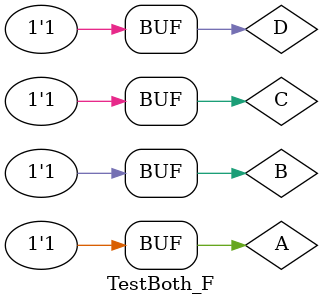
<source format=v>
`timescale 1ns / 1ps


module TestBoth_F;

	// Inputs
	reg A;
	reg B;
	reg C;
	reg D;

	// Outputs
	wire origin, simple;
	

	// Instantiate the Unit Under Test (UUT)
	original uut (
		.A(A), 
		.B(B), 
		.C(C), 
		.D(D), 
		.orig_F(origin)
	);
	simplified uut1 (
		.A(A), 
		.B(B), 
		.C(C), 
		.D(D), 
		.sim_F(simple)
	);

	initial begin
		// Initialize Inputs
		A = 0;
		B = 0;
		C = 0;
		D = 0;

		// Wait 100 ns for global reset to finish
		#50; A=0; B=0; C=0; D=1;
		#50; A=0; B=0; C=1; D=0;
		#50; A=0; B=0; C=1; D=1;
		#50; A=0; B=1; C=0; D=0;
		#50; A=0; B=1; C=0; D=1;
		#50; A=0; B=1; C=1; D=0;
		#50; A=0; B=1; C=1; D=1;
		#50; A=1; B=0; C=0; D=0;
		#50; A=1; B=0; C=0; D=1;
		#50; A=1; B=0; C=1; D=0;
		#50; A=1; B=0; C=1; D=1;
		#50; A=1; B=1; C=0; D=0;
		#50; A=1; B=1; C=0; D=1;
		#50; A=1; B=1; C=1; D=0;
		#50; A=1; B=1; C=1; D=1;
        
		// Add stimulus here

	end
      
endmodule


</source>
